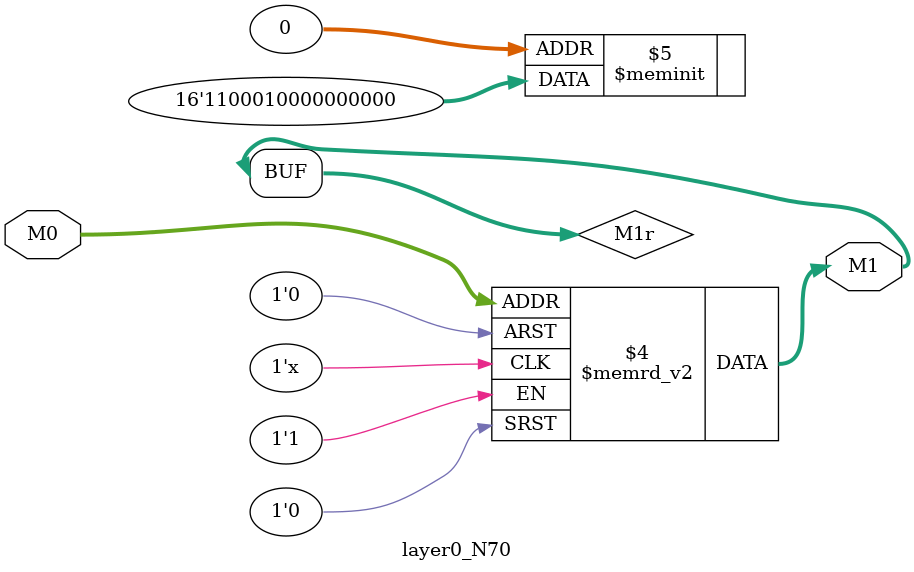
<source format=v>
module layer0_N70 ( input [2:0] M0, output [1:0] M1 );

	(*rom_style = "distributed" *) reg [1:0] M1r;
	assign M1 = M1r;
	always @ (M0) begin
		case (M0)
			3'b000: M1r = 2'b00;
			3'b100: M1r = 2'b00;
			3'b010: M1r = 2'b00;
			3'b110: M1r = 2'b00;
			3'b001: M1r = 2'b00;
			3'b101: M1r = 2'b01;
			3'b011: M1r = 2'b00;
			3'b111: M1r = 2'b11;

		endcase
	end
endmodule

</source>
